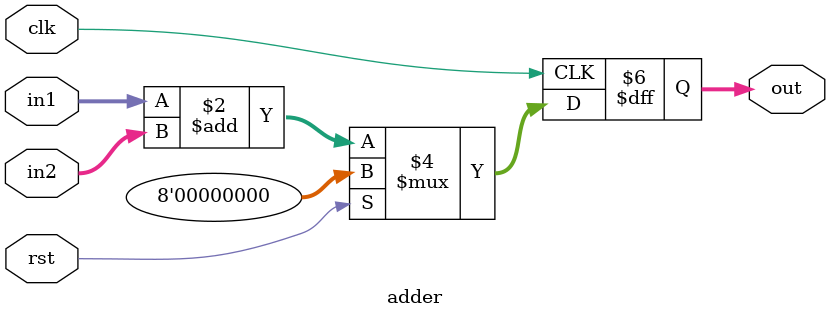
<source format=sv>

module adder(in1,in2,rst,clk,out);
// input 
	input [7:0] in1,in2;
	input rst,clk;
	output reg [7:0] out;

	always@(posedge clk)
	begin
	$display("inside dut");
		if(rst)
			out <= 0;
		else
			out <= in1 + in2;
		end

endmodule




</source>
